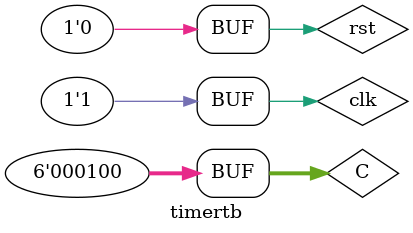
<source format=v>
`include "timer.v"

module timertb;
	wire Q;
	reg [5:0] C;
	reg clk, rst;

	timer Ti (Q,C,clk,rst);

	initial begin
		C = 5'b00100;
		rst = 0;
		clk = 1;
		#5 rst = 1;
		#5 rst = 0;
	end

	initial begin
		repeat (10) #5 clk = ~clk;
		#5 	rst = 0;
		clk = 1;
		#5 rst = 1;
		#5 rst = 0;
		repeat (10) #5 clk = ~clk;
	end
	initial begin
		$monitor("Q = %b",Q);
	end
endmodule
</source>
